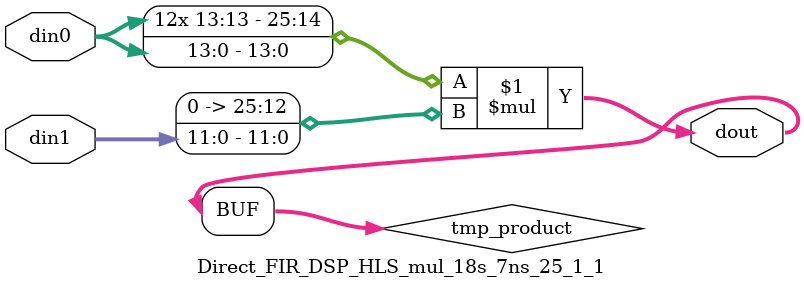
<source format=v>

`timescale 1 ns / 1 ps

 module Direct_FIR_DSP_HLS_mul_18s_7ns_25_1_1(din0, din1, dout);
parameter ID = 1;
parameter NUM_STAGE = 0;
parameter din0_WIDTH = 14;
parameter din1_WIDTH = 12;
parameter dout_WIDTH = 26;

input [din0_WIDTH - 1 : 0] din0; 
input [din1_WIDTH - 1 : 0] din1; 
output [dout_WIDTH - 1 : 0] dout;

wire signed [dout_WIDTH - 1 : 0] tmp_product;


























assign tmp_product = $signed(din0) * $signed({1'b0, din1});









assign dout = tmp_product;





















endmodule

</source>
